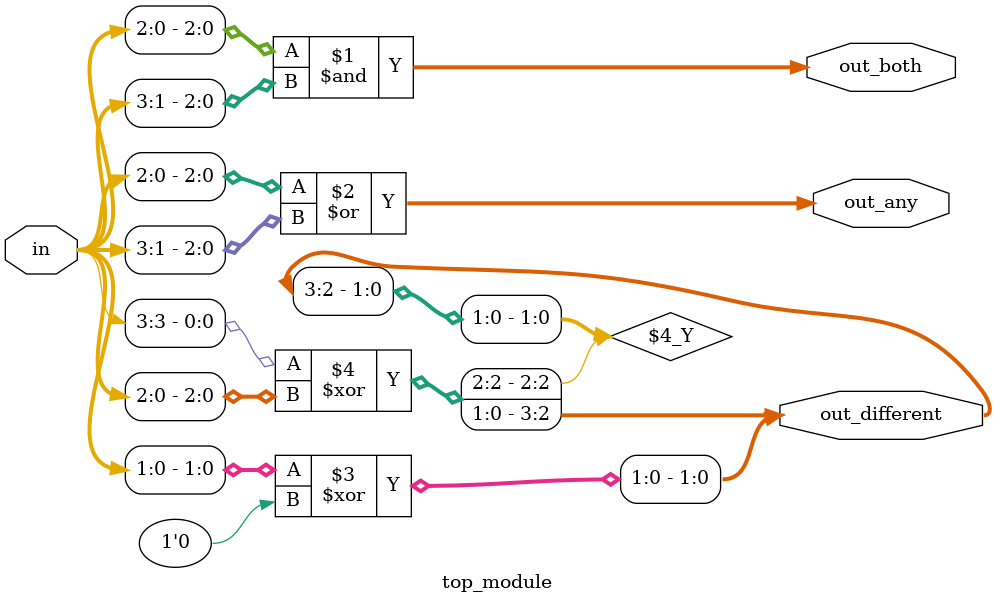
<source format=sv>
module top_module (
	input [3:0] in,
	output [2:0] out_both,
	output [3:0] out_any,
	output [3:0] out_different
);

	// Assigning out_both to the result of a bitwise AND operation between the input (in) vector bits 2 through 0 and the input (in) vector bits 3 through 1
	assign out_both = in[2:0] & in[3:1];
	
	// Assigning out_any to the result of a bitwise OR operation between the input (in) vector bits 2 through 0 and the input (in) vector bits 3 through 1
	assign out_any = in[2:0] | in[3:1];
	
	// Assigning out_different to the result of a bitwise XOR operation between the input (in) vector and the input (in) vector bits 3 through 1 with the input (in) vector bit 0 as an exception
	assign out_different = {in[3] ^ in[2:0], in[1:0] ^ 1'b0};

endmodule

</source>
